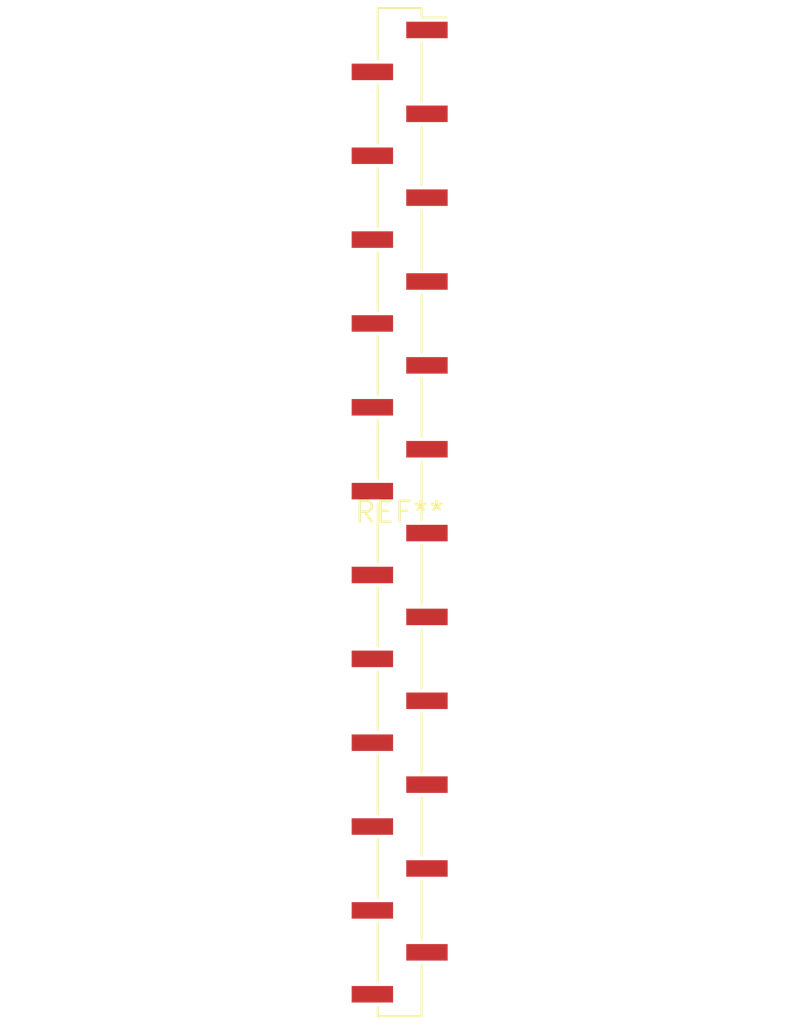
<source format=kicad_pcb>
(kicad_pcb (version 20240108) (generator pcbnew)
  (layers (0 "F.Cu" signal) (31 "B.Cu" signal) (34 "B.Paste" user) (35 "F.Paste" user) (36 "B.SilkS" user "B.Silkscreen") (37 "F.SilkS" user "F.Silkscreen") (38 "B.Mask" user) (39 "F.Mask" user) (44 "Edge.Cuts" user))
  (net 0 "")
  (footprint "PinHeader_1x24_P2.54mm_Vertical_SMD_Pin1Right" (layer "F.Cu") (at 0 0)
    (property "Reference" "REF**")
    (property "Value" "PinHeader_1x24_P2.54mm_Vertical_SMD_Pin1Right")
    (fp_line (start -1.33 -30.54) (end -1.33 -27.43) (layer "F.SilkS") (stroke (width 0.12)))
    (fp_line (start -1.33 -30.54) (end 1.33 -30.54) (layer "F.SilkS") (stroke (width 0.12)))
    (fp_line (start -1.33 -25.91) (end -1.33 -22.35) (layer "F.SilkS") (stroke (width 0.12)))
    (fp_line (start -1.33 -20.83) (end -1.33 -17.27) (layer "F.SilkS") (stroke (width 0.12)))
    (fp_line (start -1.33 -15.75) (end -1.33 -12.19) (layer "F.SilkS") (stroke (width 0.12)))
    (fp_line (start -1.33 -10.67) (end -1.33 -7.11) (layer "F.SilkS") (stroke (width 0.12)))
    (fp_line (start -1.33 -5.59) (end -1.33 -2.03) (layer "F.SilkS") (stroke (width 0.12)))
    (fp_line (start -1.33 -0.51) (end -1.33 3.05) (layer "F.SilkS") (stroke (width 0.12)))
    (fp_line (start -1.33 4.57) (end -1.33 8.13) (layer "F.SilkS") (stroke (width 0.12)))
    (fp_line (start -1.33 9.65) (end -1.33 13.21) (layer "F.SilkS") (stroke (width 0.12)))
    (fp_line (start -1.33 14.73) (end -1.33 18.29) (layer "F.SilkS") (stroke (width 0.12)))
    (fp_line (start -1.33 19.81) (end -1.33 23.37) (layer "F.SilkS") (stroke (width 0.12)))
    (fp_line (start -1.33 24.89) (end -1.33 28.45) (layer "F.SilkS") (stroke (width 0.12)))
    (fp_line (start -1.33 29.97) (end -1.33 30.54) (layer "F.SilkS") (stroke (width 0.12)))
    (fp_line (start -1.33 30.54) (end 1.33 30.54) (layer "F.SilkS") (stroke (width 0.12)))
    (fp_line (start 1.33 -30.54) (end 1.33 -29.97) (layer "F.SilkS") (stroke (width 0.12)))
    (fp_line (start 1.33 -29.97) (end 2.85 -29.97) (layer "F.SilkS") (stroke (width 0.12)))
    (fp_line (start 1.33 -28.45) (end 1.33 -24.89) (layer "F.SilkS") (stroke (width 0.12)))
    (fp_line (start 1.33 -23.37) (end 1.33 -19.81) (layer "F.SilkS") (stroke (width 0.12)))
    (fp_line (start 1.33 -18.29) (end 1.33 -14.73) (layer "F.SilkS") (stroke (width 0.12)))
    (fp_line (start 1.33 -13.21) (end 1.33 -9.65) (layer "F.SilkS") (stroke (width 0.12)))
    (fp_line (start 1.33 -8.13) (end 1.33 -4.57) (layer "F.SilkS") (stroke (width 0.12)))
    (fp_line (start 1.33 -3.05) (end 1.33 0.51) (layer "F.SilkS") (stroke (width 0.12)))
    (fp_line (start 1.33 2.03) (end 1.33 5.59) (layer "F.SilkS") (stroke (width 0.12)))
    (fp_line (start 1.33 7.11) (end 1.33 10.67) (layer "F.SilkS") (stroke (width 0.12)))
    (fp_line (start 1.33 12.19) (end 1.33 15.75) (layer "F.SilkS") (stroke (width 0.12)))
    (fp_line (start 1.33 17.27) (end 1.33 20.83) (layer "F.SilkS") (stroke (width 0.12)))
    (fp_line (start 1.33 22.35) (end 1.33 25.91) (layer "F.SilkS") (stroke (width 0.12)))
    (fp_line (start 1.33 27.43) (end 1.33 30.54) (layer "F.SilkS") (stroke (width 0.12)))
    (pad "1" smd rect (at 1.655 -29.21) (size 2.51 1) (layers "F.Cu" "F.Paste" "F.Mask"))
    (pad "2" smd rect (at -1.655 -26.67) (size 2.51 1) (layers "F.Cu" "F.Paste" "F.Mask"))
    (pad "3" smd rect (at 1.655 -24.13) (size 2.51 1) (layers "F.Cu" "F.Paste" "F.Mask"))
    (pad "4" smd rect (at -1.655 -21.59) (size 2.51 1) (layers "F.Cu" "F.Paste" "F.Mask"))
    (pad "5" smd rect (at 1.655 -19.05) (size 2.51 1) (layers "F.Cu" "F.Paste" "F.Mask"))
    (pad "6" smd rect (at -1.655 -16.51) (size 2.51 1) (layers "F.Cu" "F.Paste" "F.Mask"))
    (pad "7" smd rect (at 1.655 -13.97) (size 2.51 1) (layers "F.Cu" "F.Paste" "F.Mask"))
    (pad "8" smd rect (at -1.655 -11.43) (size 2.51 1) (layers "F.Cu" "F.Paste" "F.Mask"))
    (pad "9" smd rect (at 1.655 -8.89) (size 2.51 1) (layers "F.Cu" "F.Paste" "F.Mask"))
    (pad "10" smd rect (at -1.655 -6.35) (size 2.51 1) (layers "F.Cu" "F.Paste" "F.Mask"))
    (pad "11" smd rect (at 1.655 -3.81) (size 2.51 1) (layers "F.Cu" "F.Paste" "F.Mask"))
    (pad "12" smd rect (at -1.655 -1.27) (size 2.51 1) (layers "F.Cu" "F.Paste" "F.Mask"))
    (pad "13" smd rect (at 1.655 1.27) (size 2.51 1) (layers "F.Cu" "F.Paste" "F.Mask"))
    (pad "14" smd rect (at -1.655 3.81) (size 2.51 1) (layers "F.Cu" "F.Paste" "F.Mask"))
    (pad "15" smd rect (at 1.655 6.35) (size 2.51 1) (layers "F.Cu" "F.Paste" "F.Mask"))
    (pad "16" smd rect (at -1.655 8.89) (size 2.51 1) (layers "F.Cu" "F.Paste" "F.Mask"))
    (pad "17" smd rect (at 1.655 11.43) (size 2.51 1) (layers "F.Cu" "F.Paste" "F.Mask"))
    (pad "18" smd rect (at -1.655 13.97) (size 2.51 1) (layers "F.Cu" "F.Paste" "F.Mask"))
    (pad "19" smd rect (at 1.655 16.51) (size 2.51 1) (layers "F.Cu" "F.Paste" "F.Mask"))
    (pad "20" smd rect (at -1.655 19.05) (size 2.51 1) (layers "F.Cu" "F.Paste" "F.Mask"))
    (pad "21" smd rect (at 1.655 21.59) (size 2.51 1) (layers "F.Cu" "F.Paste" "F.Mask"))
    (pad "22" smd rect (at -1.655 24.13) (size 2.51 1) (layers "F.Cu" "F.Paste" "F.Mask"))
    (pad "23" smd rect (at 1.655 26.67) (size 2.51 1) (layers "F.Cu" "F.Paste" "F.Mask"))
    (pad "24" smd rect (at -1.655 29.21) (size 2.51 1) (layers "F.Cu" "F.Paste" "F.Mask"))
  )
)
</source>
